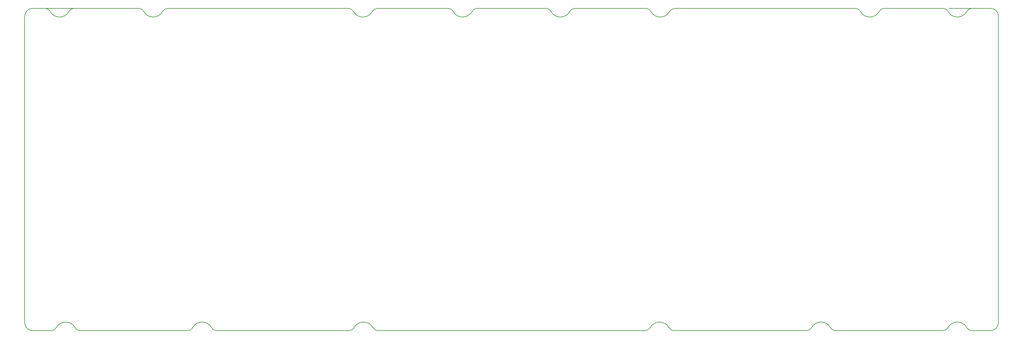
<source format=gm1>
G04 #@! TF.GenerationSoftware,KiCad,Pcbnew,(6.0.0)*
G04 #@! TF.CreationDate,2022-12-30T20:57:32+07:00*
G04 #@! TF.ProjectId,lumberjack,6c756d62-6572-46a6-9163-6b2e6b696361,1.6*
G04 #@! TF.SameCoordinates,Original*
G04 #@! TF.FileFunction,Profile,NP*
%FSLAX46Y46*%
G04 Gerber Fmt 4.6, Leading zero omitted, Abs format (unit mm)*
G04 Created by KiCad (PCBNEW (6.0.0)) date 2022-12-30 20:57:32*
%MOMM*%
%LPD*%
G01*
G04 APERTURE LIST*
G04 #@! TA.AperFunction,Profile*
%ADD10C,0.200000*%
G04 #@! TD*
G04 APERTURE END LIST*
D10*
X324439600Y-143199610D02*
X324439600Y-53499610D01*
X41989600Y-51249610D02*
G75*
G03*
X39739600Y-53499610I1J-2250001D01*
G01*
X39739600Y-143199610D02*
X39739600Y-53499610D01*
X324439600Y-53499610D02*
G75*
G03*
X322189600Y-51249610I-2250001J-1D01*
G01*
X322189600Y-145449610D02*
G75*
G03*
X324439600Y-143199610I-1J2250001D01*
G01*
X39739600Y-143199610D02*
G75*
G03*
X41989600Y-145449610I2250001J1D01*
G01*
X54141495Y-51249610D02*
X41989600Y-51249610D01*
X322189600Y-51249610D02*
X310037705Y-51249610D01*
X192253994Y-51249610D02*
X171925206Y-51249610D01*
X47137147Y-52056061D02*
G75*
G03*
X52723289Y-52056062I2793071J1456450D01*
G01*
X228159568Y-144649408D02*
G75*
G03*
X222573424Y-144649408I-2793072J-1456451D01*
G01*
X87478995Y-145449610D02*
X55839263Y-145449610D01*
X74521528Y-52056061D02*
G75*
G03*
X73191493Y-51249610I-1330034J-693549D01*
G01*
X316586149Y-51249610D02*
X322189600Y-51249610D01*
X284071529Y-52056061D02*
G75*
G03*
X289657671Y-52056062I2793071J1456450D01*
G01*
X134689600Y-145455860D02*
G75*
G03*
X136019634Y-144649408I-1J1500001D01*
G01*
X47593051Y-145449610D02*
X41989600Y-145449610D01*
X141605777Y-144649408D02*
G75*
G03*
X142935811Y-145455860I1330035J693549D01*
G01*
X309669972Y-52056062D02*
G75*
G03*
X315256114Y-52056061I2793071J1456453D01*
G01*
X221243390Y-145455860D02*
G75*
G03*
X222573424Y-144649408I-1J1500001D01*
G01*
X308339937Y-145449610D02*
X276700206Y-145449610D01*
X54509229Y-144643158D02*
G75*
G03*
X55839263Y-145449610I1330035J693549D01*
G01*
X315256114Y-144643159D02*
G75*
G03*
X316586149Y-145449610I1330034J693549D01*
G01*
X47593051Y-145449610D02*
G75*
G03*
X48923086Y-144643159I1J1500000D01*
G01*
X200500206Y-51249610D02*
X221443388Y-51255860D01*
X41989600Y-51249610D02*
G75*
G03*
X39739600Y-53499610I1J-2250001D01*
G01*
X193584029Y-52056061D02*
G75*
G03*
X199170171Y-52056062I2793071J1456450D01*
G01*
X163678994Y-51249610D02*
X142735812Y-51255860D01*
X45807112Y-51249610D02*
X41989600Y-51249610D01*
X94395172Y-144643158D02*
G75*
G03*
X88809028Y-144643158I-2793072J-1456451D01*
G01*
X134489600Y-51255860D02*
X81437705Y-51249610D01*
X135819635Y-52062311D02*
G75*
G03*
X141405777Y-52062312I2793071J1456450D01*
G01*
X324439600Y-143199610D02*
X324439600Y-53499610D01*
X54509228Y-144643158D02*
G75*
G03*
X48923086Y-144643159I-2793071J-1456453D01*
G01*
X316586149Y-51249610D02*
G75*
G03*
X315256114Y-52056061I-1J-1500000D01*
G01*
X229689600Y-51255860D02*
G75*
G03*
X228359565Y-52062311I-1J-1500000D01*
G01*
X268453995Y-145449610D02*
G75*
G03*
X269784029Y-144643158I-1J1500001D01*
G01*
X284071529Y-52056061D02*
G75*
G03*
X282741494Y-51249610I-1330034J-693549D01*
G01*
X322189600Y-145449610D02*
G75*
G03*
X324439600Y-143199610I-1J2250001D01*
G01*
X275370172Y-144643158D02*
G75*
G03*
X276700206Y-145449610I1330035J693549D01*
G01*
X142735812Y-51255860D02*
G75*
G03*
X141405778Y-52062312I1J-1500001D01*
G01*
X308339937Y-51249610D02*
X290987706Y-51249610D01*
X308339937Y-145449610D02*
G75*
G03*
X309669971Y-144643158I-1J1500001D01*
G01*
X141605777Y-144649408D02*
G75*
G03*
X136019633Y-144649408I-2793072J-1456451D01*
G01*
X47137147Y-52056061D02*
G75*
G03*
X45807112Y-51249610I-1330034J-693549D01*
G01*
X135819635Y-52062311D02*
G75*
G03*
X134489600Y-51255860I-1330034J-693549D01*
G01*
X165009029Y-52056061D02*
G75*
G03*
X170595171Y-52056062I2793071J1456450D01*
G01*
X309669971Y-52056062D02*
G75*
G03*
X308339937Y-51249610I-1330035J-693549D01*
G01*
X275370172Y-144643158D02*
G75*
G03*
X269784028Y-144643158I-2793072J-1456451D01*
G01*
X200500206Y-51249610D02*
G75*
G03*
X199170172Y-52056062I1J-1500001D01*
G01*
X316586149Y-145449610D02*
X322189600Y-145449610D01*
X39739600Y-143199610D02*
G75*
G03*
X41989600Y-145449610I2250001J1D01*
G01*
X81437705Y-51249610D02*
G75*
G03*
X80107671Y-52056062I1J-1500001D01*
G01*
X290987706Y-51249610D02*
G75*
G03*
X289657672Y-52056062I1J-1500001D01*
G01*
X228159567Y-144649408D02*
G75*
G03*
X229489601Y-145455860I1330035J693549D01*
G01*
X222773423Y-52062312D02*
G75*
G03*
X228359565Y-52062311I2793071J1456453D01*
G01*
X165009029Y-52056061D02*
G75*
G03*
X163678994Y-51249610I-1330034J-693549D01*
G01*
X73191494Y-51249610D02*
X54053324Y-51249610D01*
X193584029Y-52056061D02*
G75*
G03*
X192253994Y-51249610I-1330034J-693549D01*
G01*
X171925206Y-51249610D02*
G75*
G03*
X170595172Y-52056062I1J-1500001D01*
G01*
X324439600Y-53499610D02*
G75*
G03*
X322189600Y-51249610I-2250001J-1D01*
G01*
X74521528Y-52056061D02*
G75*
G03*
X80107670Y-52056062I2793071J1456450D01*
G01*
X39739600Y-143199610D02*
X39739600Y-53499610D01*
X315256114Y-144643159D02*
G75*
G03*
X309669972Y-144643158I-2793071J-1456450D01*
G01*
X222773422Y-52062312D02*
G75*
G03*
X221443388Y-51255860I-1330035J-693549D01*
G01*
X282741495Y-51249610D02*
X229689600Y-51255860D01*
X229489601Y-145455860D02*
X268453995Y-145449610D01*
X221243390Y-145455860D02*
X142935811Y-145455860D01*
X94395172Y-144643158D02*
G75*
G03*
X95725206Y-145449610I1330035J693549D01*
G01*
X134689600Y-145455860D02*
X95725206Y-145449610D01*
X87478995Y-145449610D02*
G75*
G03*
X88809029Y-144643158I-1J1500001D01*
G01*
X54053324Y-51249610D02*
G75*
G03*
X52723290Y-52056062I1J-1500001D01*
G01*
M02*

</source>
